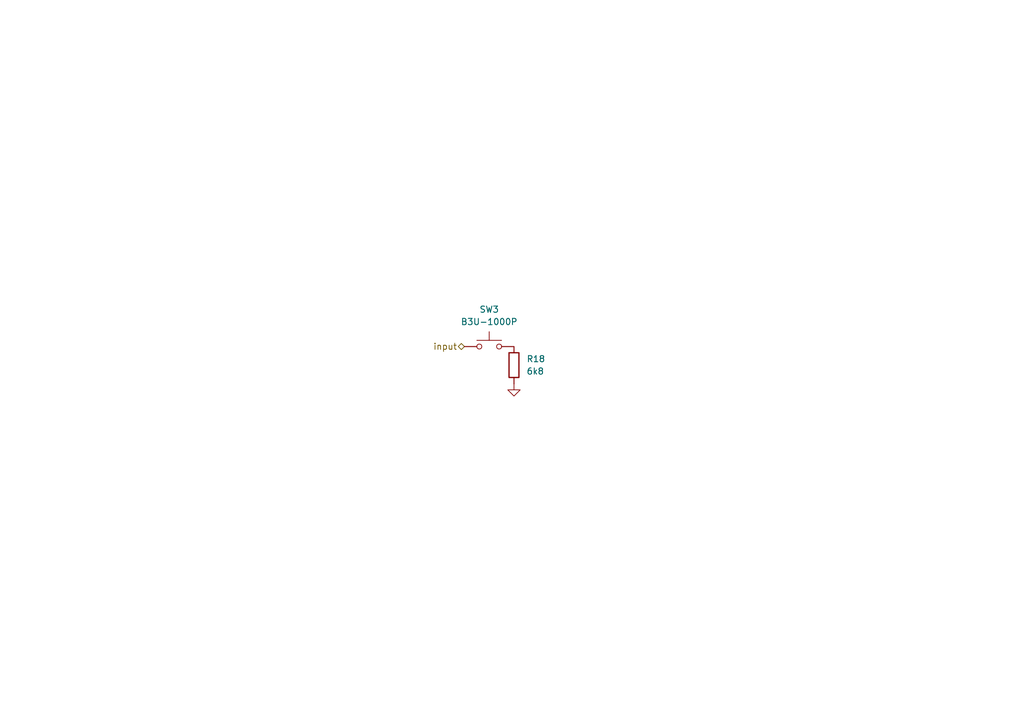
<source format=kicad_sch>
(kicad_sch (version 20250114) (generator "eeschema") (generator_version "9.0")
  (paper "A5")
  (lib_symbols
    (symbol "Device:R" (pin_numbers (hide yes)) (pin_names (offset 0))
      (property "Reference" "R" (at 2.032 0 90))
      (property "Value" "R" (at 0 0 90))
      (symbol "R_0_1"
        (rectangle (start -1.016 -2.54) (end 1.016 2.54) (stroke (width 0.254)))
      )
      (symbol "R_1_1"
        (pin passive line (at 0 3.81 270) (length 1.27) (name "~") (number "1"))
        (pin passive line (at 0 -3.81 90) (length 1.27) (name "~") (number "2"))
      )
    )
    (symbol "Switch:SW_Push" (pin_numbers (hide yes)) (pin_names (offset 1.016) (hide yes))
      (property "Reference" "SW" (at 1.27 2.54 0))
      (property "Value" "SW_Push" (at 0 -1.524 0))
      (symbol "SW_Push_0_1"
        (circle (center -2.032 0) (radius 0.508))
        (polyline (pts (xy 0 1.27) (xy 0 3.048)))
        (circle (center 2.032 0) (radius 0.508))
        (polyline (pts (xy 2.54 1.27) (xy -2.54 1.27)))
        (pin passive line (at -5.08 0 0) (length 2.54) (name "1") (number "1"))
        (pin passive line (at 5.08 0 180) (length 2.54) (name "2") (number "2"))
      )
    )
    (symbol "power:GND" (power) (pin_numbers (hide yes)) (pin_names (offset 0) (hide yes))
      (property "Value" "GND" (at 0 -3.81 0))
      (symbol "GND_0_1"
        (polyline (pts (xy 0 0) (xy 0 -1.27) (xy 1.27 -1.27) (xy 0 -2.54) (xy -1.27 -1.27) (xy 0 -1.27)))
      )
      (symbol "GND_1_1"
        (pin power_in line (at 0 0 270) (length 0) (name "~") (number "1"))
      )
    )
  )
  (hierarchical_label "input" (shape bidirectional) (at 95.25 71.12 180))
  (symbol (lib_id "power:GND") (at 105.41 78.74 0) (unit 1)
    (property "Reference" "#PWR034" (effects (hide yes)))
    (property "Value" "GND" (effects (hide yes)))
    (property "Description" "Power symbol creates a global label with name \"GND\" , ground" (effects (hide yes)))
    (instances (project "DebugBoard" (path "" (reference "#PWR035") (unit 1)) (path "" (reference "#PWR034") (unit 1))))
  )
  (symbol (lib_id "Device:R") (at 105.41 74.93 180) (unit 1)
    (property "Reference" "R17" (at 107.95 73.6599 0) (effects (justify right)))
    (property "Value" "6k8" (at 107.95 76.1999 0) (effects (justify right)))
    (property "Footprint" "Resistor_SMD:R_1206_3216Metric_Pad1.30x1.75mm_HandSolder" (effects (hide yes)))
    (property "Description" "Resistor" (effects (hide yes)))
    (instances (project "DebugBoard" (path "" (reference "R18") (unit 1)) (path "" (reference "R17") (unit 1))))
  )
  (symbol (lib_id "Switch:SW_Push") (at 100.33 71.12 0) (unit 1)
    (property "Reference" "SW2" (at 100.33 63.5 0))
    (property "Value" "B3U-1000P" (at 100.33 66.04 0))
    (property "Footprint" "Button_Switch_SMD:SW_SPST_B3U-1000P" (effects (hide yes)))
    (property "Description" "Push button switch, generic, two pins" (effects (hide yes)))
    (instances (project "DebugBoard" (path "" (reference "SW3") (unit 1)) (path "" (reference "SW2") (unit 1))))
  )
)
</source>
